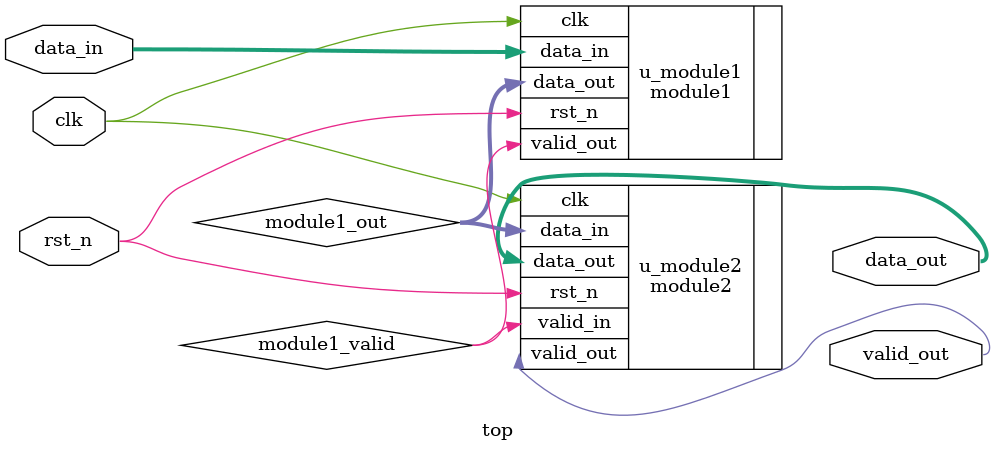
<source format=v>
module top(
    input wire clk,
    input wire rst_n,
    input wire [7:0] data_in,
    output wire [7:0] data_out,
    output wire valid_out
);

    // 内部信号
    wire [7:0] module1_out;
    wire module1_valid;

    // 实例化module1
    module1 u_module1(
        .clk(clk),
        .rst_n(rst_n),
        .data_in(data_in),
        .data_out(module1_out),
        .valid_out(module1_valid)
    );

    // 实例化module2
    module2 u_module2(
        .clk(clk),
        .rst_n(rst_n),
        .data_in(module1_out),
        .valid_in(module1_valid),
        .data_out(data_out),
        .valid_out(valid_out)
    );

endmodule
</source>
